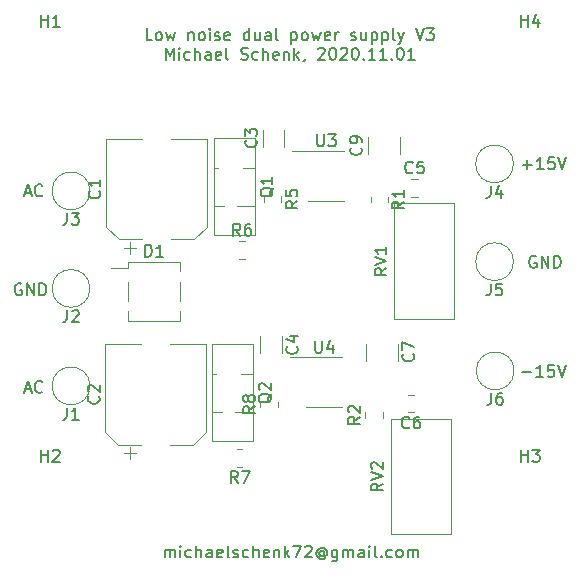
<source format=gbr>
G04 #@! TF.GenerationSoftware,KiCad,Pcbnew,(5.1.7-0-10_14)*
G04 #@! TF.CreationDate,2020-11-05T19:56:57+01:00*
G04 #@! TF.ProjectId,lv-lownoise-psu,6c762d6c-6f77-46e6-9f69-73652d707375,rev?*
G04 #@! TF.SameCoordinates,Original*
G04 #@! TF.FileFunction,Legend,Top*
G04 #@! TF.FilePolarity,Positive*
%FSLAX46Y46*%
G04 Gerber Fmt 4.6, Leading zero omitted, Abs format (unit mm)*
G04 Created by KiCad (PCBNEW (5.1.7-0-10_14)) date 2020-11-05 19:56:57*
%MOMM*%
%LPD*%
G01*
G04 APERTURE LIST*
%ADD10C,0.150000*%
%ADD11C,0.120000*%
G04 APERTURE END LIST*
D10*
X93767142Y-43124880D02*
X93290952Y-43124880D01*
X93290952Y-42124880D01*
X94243333Y-43124880D02*
X94148095Y-43077261D01*
X94100476Y-43029642D01*
X94052857Y-42934404D01*
X94052857Y-42648690D01*
X94100476Y-42553452D01*
X94148095Y-42505833D01*
X94243333Y-42458214D01*
X94386190Y-42458214D01*
X94481428Y-42505833D01*
X94529047Y-42553452D01*
X94576666Y-42648690D01*
X94576666Y-42934404D01*
X94529047Y-43029642D01*
X94481428Y-43077261D01*
X94386190Y-43124880D01*
X94243333Y-43124880D01*
X94909999Y-42458214D02*
X95100476Y-43124880D01*
X95290952Y-42648690D01*
X95481428Y-43124880D01*
X95671904Y-42458214D01*
X96814761Y-42458214D02*
X96814761Y-43124880D01*
X96814761Y-42553452D02*
X96862380Y-42505833D01*
X96957619Y-42458214D01*
X97100476Y-42458214D01*
X97195714Y-42505833D01*
X97243333Y-42601071D01*
X97243333Y-43124880D01*
X97862380Y-43124880D02*
X97767142Y-43077261D01*
X97719523Y-43029642D01*
X97671904Y-42934404D01*
X97671904Y-42648690D01*
X97719523Y-42553452D01*
X97767142Y-42505833D01*
X97862380Y-42458214D01*
X98005238Y-42458214D01*
X98100476Y-42505833D01*
X98148095Y-42553452D01*
X98195714Y-42648690D01*
X98195714Y-42934404D01*
X98148095Y-43029642D01*
X98100476Y-43077261D01*
X98005238Y-43124880D01*
X97862380Y-43124880D01*
X98624285Y-43124880D02*
X98624285Y-42458214D01*
X98624285Y-42124880D02*
X98576666Y-42172500D01*
X98624285Y-42220119D01*
X98671904Y-42172500D01*
X98624285Y-42124880D01*
X98624285Y-42220119D01*
X99052857Y-43077261D02*
X99148095Y-43124880D01*
X99338571Y-43124880D01*
X99433809Y-43077261D01*
X99481428Y-42982023D01*
X99481428Y-42934404D01*
X99433809Y-42839166D01*
X99338571Y-42791547D01*
X99195714Y-42791547D01*
X99100476Y-42743928D01*
X99052857Y-42648690D01*
X99052857Y-42601071D01*
X99100476Y-42505833D01*
X99195714Y-42458214D01*
X99338571Y-42458214D01*
X99433809Y-42505833D01*
X100290952Y-43077261D02*
X100195714Y-43124880D01*
X100005238Y-43124880D01*
X99909999Y-43077261D01*
X99862380Y-42982023D01*
X99862380Y-42601071D01*
X99909999Y-42505833D01*
X100005238Y-42458214D01*
X100195714Y-42458214D01*
X100290952Y-42505833D01*
X100338571Y-42601071D01*
X100338571Y-42696309D01*
X99862380Y-42791547D01*
X101957619Y-43124880D02*
X101957619Y-42124880D01*
X101957619Y-43077261D02*
X101862380Y-43124880D01*
X101671904Y-43124880D01*
X101576666Y-43077261D01*
X101529047Y-43029642D01*
X101481428Y-42934404D01*
X101481428Y-42648690D01*
X101529047Y-42553452D01*
X101576666Y-42505833D01*
X101671904Y-42458214D01*
X101862380Y-42458214D01*
X101957619Y-42505833D01*
X102862380Y-42458214D02*
X102862380Y-43124880D01*
X102433809Y-42458214D02*
X102433809Y-42982023D01*
X102481428Y-43077261D01*
X102576666Y-43124880D01*
X102719523Y-43124880D01*
X102814761Y-43077261D01*
X102862380Y-43029642D01*
X103767142Y-43124880D02*
X103767142Y-42601071D01*
X103719523Y-42505833D01*
X103624285Y-42458214D01*
X103433809Y-42458214D01*
X103338571Y-42505833D01*
X103767142Y-43077261D02*
X103671904Y-43124880D01*
X103433809Y-43124880D01*
X103338571Y-43077261D01*
X103290952Y-42982023D01*
X103290952Y-42886785D01*
X103338571Y-42791547D01*
X103433809Y-42743928D01*
X103671904Y-42743928D01*
X103767142Y-42696309D01*
X104386190Y-43124880D02*
X104290952Y-43077261D01*
X104243333Y-42982023D01*
X104243333Y-42124880D01*
X105529047Y-42458214D02*
X105529047Y-43458214D01*
X105529047Y-42505833D02*
X105624285Y-42458214D01*
X105814761Y-42458214D01*
X105909999Y-42505833D01*
X105957619Y-42553452D01*
X106005238Y-42648690D01*
X106005238Y-42934404D01*
X105957619Y-43029642D01*
X105909999Y-43077261D01*
X105814761Y-43124880D01*
X105624285Y-43124880D01*
X105529047Y-43077261D01*
X106576666Y-43124880D02*
X106481428Y-43077261D01*
X106433809Y-43029642D01*
X106386190Y-42934404D01*
X106386190Y-42648690D01*
X106433809Y-42553452D01*
X106481428Y-42505833D01*
X106576666Y-42458214D01*
X106719523Y-42458214D01*
X106814761Y-42505833D01*
X106862380Y-42553452D01*
X106909999Y-42648690D01*
X106909999Y-42934404D01*
X106862380Y-43029642D01*
X106814761Y-43077261D01*
X106719523Y-43124880D01*
X106576666Y-43124880D01*
X107243333Y-42458214D02*
X107433809Y-43124880D01*
X107624285Y-42648690D01*
X107814761Y-43124880D01*
X108005238Y-42458214D01*
X108767142Y-43077261D02*
X108671904Y-43124880D01*
X108481428Y-43124880D01*
X108386190Y-43077261D01*
X108338571Y-42982023D01*
X108338571Y-42601071D01*
X108386190Y-42505833D01*
X108481428Y-42458214D01*
X108671904Y-42458214D01*
X108767142Y-42505833D01*
X108814761Y-42601071D01*
X108814761Y-42696309D01*
X108338571Y-42791547D01*
X109243333Y-43124880D02*
X109243333Y-42458214D01*
X109243333Y-42648690D02*
X109290952Y-42553452D01*
X109338571Y-42505833D01*
X109433809Y-42458214D01*
X109529047Y-42458214D01*
X110576666Y-43077261D02*
X110671904Y-43124880D01*
X110862380Y-43124880D01*
X110957619Y-43077261D01*
X111005238Y-42982023D01*
X111005238Y-42934404D01*
X110957619Y-42839166D01*
X110862380Y-42791547D01*
X110719523Y-42791547D01*
X110624285Y-42743928D01*
X110576666Y-42648690D01*
X110576666Y-42601071D01*
X110624285Y-42505833D01*
X110719523Y-42458214D01*
X110862380Y-42458214D01*
X110957619Y-42505833D01*
X111862380Y-42458214D02*
X111862380Y-43124880D01*
X111433809Y-42458214D02*
X111433809Y-42982023D01*
X111481428Y-43077261D01*
X111576666Y-43124880D01*
X111719523Y-43124880D01*
X111814761Y-43077261D01*
X111862380Y-43029642D01*
X112338571Y-42458214D02*
X112338571Y-43458214D01*
X112338571Y-42505833D02*
X112433809Y-42458214D01*
X112624285Y-42458214D01*
X112719523Y-42505833D01*
X112767142Y-42553452D01*
X112814761Y-42648690D01*
X112814761Y-42934404D01*
X112767142Y-43029642D01*
X112719523Y-43077261D01*
X112624285Y-43124880D01*
X112433809Y-43124880D01*
X112338571Y-43077261D01*
X113243333Y-42458214D02*
X113243333Y-43458214D01*
X113243333Y-42505833D02*
X113338571Y-42458214D01*
X113529047Y-42458214D01*
X113624285Y-42505833D01*
X113671904Y-42553452D01*
X113719523Y-42648690D01*
X113719523Y-42934404D01*
X113671904Y-43029642D01*
X113624285Y-43077261D01*
X113529047Y-43124880D01*
X113338571Y-43124880D01*
X113243333Y-43077261D01*
X114290952Y-43124880D02*
X114195714Y-43077261D01*
X114148095Y-42982023D01*
X114148095Y-42124880D01*
X114576666Y-42458214D02*
X114814761Y-43124880D01*
X115052857Y-42458214D02*
X114814761Y-43124880D01*
X114719523Y-43362976D01*
X114671904Y-43410595D01*
X114576666Y-43458214D01*
X116052857Y-42124880D02*
X116386190Y-43124880D01*
X116719523Y-42124880D01*
X116957619Y-42124880D02*
X117576666Y-42124880D01*
X117243333Y-42505833D01*
X117386190Y-42505833D01*
X117481428Y-42553452D01*
X117529047Y-42601071D01*
X117576666Y-42696309D01*
X117576666Y-42934404D01*
X117529047Y-43029642D01*
X117481428Y-43077261D01*
X117386190Y-43124880D01*
X117100476Y-43124880D01*
X117005238Y-43077261D01*
X116957619Y-43029642D01*
X94886190Y-44774880D02*
X94886190Y-43774880D01*
X95219523Y-44489166D01*
X95552857Y-43774880D01*
X95552857Y-44774880D01*
X96029047Y-44774880D02*
X96029047Y-44108214D01*
X96029047Y-43774880D02*
X95981428Y-43822500D01*
X96029047Y-43870119D01*
X96076666Y-43822500D01*
X96029047Y-43774880D01*
X96029047Y-43870119D01*
X96933809Y-44727261D02*
X96838571Y-44774880D01*
X96648095Y-44774880D01*
X96552857Y-44727261D01*
X96505238Y-44679642D01*
X96457619Y-44584404D01*
X96457619Y-44298690D01*
X96505238Y-44203452D01*
X96552857Y-44155833D01*
X96648095Y-44108214D01*
X96838571Y-44108214D01*
X96933809Y-44155833D01*
X97362380Y-44774880D02*
X97362380Y-43774880D01*
X97790952Y-44774880D02*
X97790952Y-44251071D01*
X97743333Y-44155833D01*
X97648095Y-44108214D01*
X97505238Y-44108214D01*
X97410000Y-44155833D01*
X97362380Y-44203452D01*
X98695714Y-44774880D02*
X98695714Y-44251071D01*
X98648095Y-44155833D01*
X98552857Y-44108214D01*
X98362380Y-44108214D01*
X98267142Y-44155833D01*
X98695714Y-44727261D02*
X98600476Y-44774880D01*
X98362380Y-44774880D01*
X98267142Y-44727261D01*
X98219523Y-44632023D01*
X98219523Y-44536785D01*
X98267142Y-44441547D01*
X98362380Y-44393928D01*
X98600476Y-44393928D01*
X98695714Y-44346309D01*
X99552857Y-44727261D02*
X99457619Y-44774880D01*
X99267142Y-44774880D01*
X99171904Y-44727261D01*
X99124285Y-44632023D01*
X99124285Y-44251071D01*
X99171904Y-44155833D01*
X99267142Y-44108214D01*
X99457619Y-44108214D01*
X99552857Y-44155833D01*
X99600476Y-44251071D01*
X99600476Y-44346309D01*
X99124285Y-44441547D01*
X100171904Y-44774880D02*
X100076666Y-44727261D01*
X100029047Y-44632023D01*
X100029047Y-43774880D01*
X101267142Y-44727261D02*
X101410000Y-44774880D01*
X101648095Y-44774880D01*
X101743333Y-44727261D01*
X101790952Y-44679642D01*
X101838571Y-44584404D01*
X101838571Y-44489166D01*
X101790952Y-44393928D01*
X101743333Y-44346309D01*
X101648095Y-44298690D01*
X101457619Y-44251071D01*
X101362380Y-44203452D01*
X101314761Y-44155833D01*
X101267142Y-44060595D01*
X101267142Y-43965357D01*
X101314761Y-43870119D01*
X101362380Y-43822500D01*
X101457619Y-43774880D01*
X101695714Y-43774880D01*
X101838571Y-43822500D01*
X102695714Y-44727261D02*
X102600476Y-44774880D01*
X102410000Y-44774880D01*
X102314761Y-44727261D01*
X102267142Y-44679642D01*
X102219523Y-44584404D01*
X102219523Y-44298690D01*
X102267142Y-44203452D01*
X102314761Y-44155833D01*
X102410000Y-44108214D01*
X102600476Y-44108214D01*
X102695714Y-44155833D01*
X103124285Y-44774880D02*
X103124285Y-43774880D01*
X103552857Y-44774880D02*
X103552857Y-44251071D01*
X103505238Y-44155833D01*
X103410000Y-44108214D01*
X103267142Y-44108214D01*
X103171904Y-44155833D01*
X103124285Y-44203452D01*
X104410000Y-44727261D02*
X104314761Y-44774880D01*
X104124285Y-44774880D01*
X104029047Y-44727261D01*
X103981428Y-44632023D01*
X103981428Y-44251071D01*
X104029047Y-44155833D01*
X104124285Y-44108214D01*
X104314761Y-44108214D01*
X104410000Y-44155833D01*
X104457619Y-44251071D01*
X104457619Y-44346309D01*
X103981428Y-44441547D01*
X104886190Y-44108214D02*
X104886190Y-44774880D01*
X104886190Y-44203452D02*
X104933809Y-44155833D01*
X105029047Y-44108214D01*
X105171904Y-44108214D01*
X105267142Y-44155833D01*
X105314761Y-44251071D01*
X105314761Y-44774880D01*
X105790952Y-44774880D02*
X105790952Y-43774880D01*
X105886190Y-44393928D02*
X106171904Y-44774880D01*
X106171904Y-44108214D02*
X105790952Y-44489166D01*
X106648095Y-44727261D02*
X106648095Y-44774880D01*
X106600476Y-44870119D01*
X106552857Y-44917738D01*
X107790952Y-43870119D02*
X107838571Y-43822500D01*
X107933809Y-43774880D01*
X108171904Y-43774880D01*
X108267142Y-43822500D01*
X108314761Y-43870119D01*
X108362380Y-43965357D01*
X108362380Y-44060595D01*
X108314761Y-44203452D01*
X107743333Y-44774880D01*
X108362380Y-44774880D01*
X108981428Y-43774880D02*
X109076666Y-43774880D01*
X109171904Y-43822500D01*
X109219523Y-43870119D01*
X109267142Y-43965357D01*
X109314761Y-44155833D01*
X109314761Y-44393928D01*
X109267142Y-44584404D01*
X109219523Y-44679642D01*
X109171904Y-44727261D01*
X109076666Y-44774880D01*
X108981428Y-44774880D01*
X108886190Y-44727261D01*
X108838571Y-44679642D01*
X108790952Y-44584404D01*
X108743333Y-44393928D01*
X108743333Y-44155833D01*
X108790952Y-43965357D01*
X108838571Y-43870119D01*
X108886190Y-43822500D01*
X108981428Y-43774880D01*
X109695714Y-43870119D02*
X109743333Y-43822500D01*
X109838571Y-43774880D01*
X110076666Y-43774880D01*
X110171904Y-43822500D01*
X110219523Y-43870119D01*
X110267142Y-43965357D01*
X110267142Y-44060595D01*
X110219523Y-44203452D01*
X109648095Y-44774880D01*
X110267142Y-44774880D01*
X110886190Y-43774880D02*
X110981428Y-43774880D01*
X111076666Y-43822500D01*
X111124285Y-43870119D01*
X111171904Y-43965357D01*
X111219523Y-44155833D01*
X111219523Y-44393928D01*
X111171904Y-44584404D01*
X111124285Y-44679642D01*
X111076666Y-44727261D01*
X110981428Y-44774880D01*
X110886190Y-44774880D01*
X110790952Y-44727261D01*
X110743333Y-44679642D01*
X110695714Y-44584404D01*
X110648095Y-44393928D01*
X110648095Y-44155833D01*
X110695714Y-43965357D01*
X110743333Y-43870119D01*
X110790952Y-43822500D01*
X110886190Y-43774880D01*
X111648095Y-44679642D02*
X111695714Y-44727261D01*
X111648095Y-44774880D01*
X111600476Y-44727261D01*
X111648095Y-44679642D01*
X111648095Y-44774880D01*
X112648095Y-44774880D02*
X112076666Y-44774880D01*
X112362380Y-44774880D02*
X112362380Y-43774880D01*
X112267142Y-43917738D01*
X112171904Y-44012976D01*
X112076666Y-44060595D01*
X113600476Y-44774880D02*
X113029047Y-44774880D01*
X113314761Y-44774880D02*
X113314761Y-43774880D01*
X113219523Y-43917738D01*
X113124285Y-44012976D01*
X113029047Y-44060595D01*
X114029047Y-44679642D02*
X114076666Y-44727261D01*
X114029047Y-44774880D01*
X113981428Y-44727261D01*
X114029047Y-44679642D01*
X114029047Y-44774880D01*
X114695714Y-43774880D02*
X114790952Y-43774880D01*
X114886190Y-43822500D01*
X114933809Y-43870119D01*
X114981428Y-43965357D01*
X115029047Y-44155833D01*
X115029047Y-44393928D01*
X114981428Y-44584404D01*
X114933809Y-44679642D01*
X114886190Y-44727261D01*
X114790952Y-44774880D01*
X114695714Y-44774880D01*
X114600476Y-44727261D01*
X114552857Y-44679642D01*
X114505238Y-44584404D01*
X114457619Y-44393928D01*
X114457619Y-44155833D01*
X114505238Y-43965357D01*
X114552857Y-43870119D01*
X114600476Y-43822500D01*
X114695714Y-43774880D01*
X115981428Y-44774880D02*
X115410000Y-44774880D01*
X115695714Y-44774880D02*
X115695714Y-43774880D01*
X115600476Y-43917738D01*
X115505238Y-44012976D01*
X115410000Y-44060595D01*
X94797314Y-86913980D02*
X94797314Y-86247314D01*
X94797314Y-86342552D02*
X94844933Y-86294933D01*
X94940171Y-86247314D01*
X95083028Y-86247314D01*
X95178266Y-86294933D01*
X95225885Y-86390171D01*
X95225885Y-86913980D01*
X95225885Y-86390171D02*
X95273504Y-86294933D01*
X95368742Y-86247314D01*
X95511600Y-86247314D01*
X95606838Y-86294933D01*
X95654457Y-86390171D01*
X95654457Y-86913980D01*
X96130647Y-86913980D02*
X96130647Y-86247314D01*
X96130647Y-85913980D02*
X96083028Y-85961600D01*
X96130647Y-86009219D01*
X96178266Y-85961600D01*
X96130647Y-85913980D01*
X96130647Y-86009219D01*
X97035409Y-86866361D02*
X96940171Y-86913980D01*
X96749695Y-86913980D01*
X96654457Y-86866361D01*
X96606838Y-86818742D01*
X96559219Y-86723504D01*
X96559219Y-86437790D01*
X96606838Y-86342552D01*
X96654457Y-86294933D01*
X96749695Y-86247314D01*
X96940171Y-86247314D01*
X97035409Y-86294933D01*
X97463980Y-86913980D02*
X97463980Y-85913980D01*
X97892552Y-86913980D02*
X97892552Y-86390171D01*
X97844933Y-86294933D01*
X97749695Y-86247314D01*
X97606838Y-86247314D01*
X97511600Y-86294933D01*
X97463980Y-86342552D01*
X98797314Y-86913980D02*
X98797314Y-86390171D01*
X98749695Y-86294933D01*
X98654457Y-86247314D01*
X98463980Y-86247314D01*
X98368742Y-86294933D01*
X98797314Y-86866361D02*
X98702076Y-86913980D01*
X98463980Y-86913980D01*
X98368742Y-86866361D01*
X98321123Y-86771123D01*
X98321123Y-86675885D01*
X98368742Y-86580647D01*
X98463980Y-86533028D01*
X98702076Y-86533028D01*
X98797314Y-86485409D01*
X99654457Y-86866361D02*
X99559219Y-86913980D01*
X99368742Y-86913980D01*
X99273504Y-86866361D01*
X99225885Y-86771123D01*
X99225885Y-86390171D01*
X99273504Y-86294933D01*
X99368742Y-86247314D01*
X99559219Y-86247314D01*
X99654457Y-86294933D01*
X99702076Y-86390171D01*
X99702076Y-86485409D01*
X99225885Y-86580647D01*
X100273504Y-86913980D02*
X100178266Y-86866361D01*
X100130647Y-86771123D01*
X100130647Y-85913980D01*
X100606838Y-86866361D02*
X100702076Y-86913980D01*
X100892552Y-86913980D01*
X100987790Y-86866361D01*
X101035409Y-86771123D01*
X101035409Y-86723504D01*
X100987790Y-86628266D01*
X100892552Y-86580647D01*
X100749695Y-86580647D01*
X100654457Y-86533028D01*
X100606838Y-86437790D01*
X100606838Y-86390171D01*
X100654457Y-86294933D01*
X100749695Y-86247314D01*
X100892552Y-86247314D01*
X100987790Y-86294933D01*
X101892552Y-86866361D02*
X101797314Y-86913980D01*
X101606838Y-86913980D01*
X101511600Y-86866361D01*
X101463980Y-86818742D01*
X101416361Y-86723504D01*
X101416361Y-86437790D01*
X101463980Y-86342552D01*
X101511600Y-86294933D01*
X101606838Y-86247314D01*
X101797314Y-86247314D01*
X101892552Y-86294933D01*
X102321123Y-86913980D02*
X102321123Y-85913980D01*
X102749695Y-86913980D02*
X102749695Y-86390171D01*
X102702076Y-86294933D01*
X102606838Y-86247314D01*
X102463980Y-86247314D01*
X102368742Y-86294933D01*
X102321123Y-86342552D01*
X103606838Y-86866361D02*
X103511600Y-86913980D01*
X103321123Y-86913980D01*
X103225885Y-86866361D01*
X103178266Y-86771123D01*
X103178266Y-86390171D01*
X103225885Y-86294933D01*
X103321123Y-86247314D01*
X103511600Y-86247314D01*
X103606838Y-86294933D01*
X103654457Y-86390171D01*
X103654457Y-86485409D01*
X103178266Y-86580647D01*
X104083028Y-86247314D02*
X104083028Y-86913980D01*
X104083028Y-86342552D02*
X104130647Y-86294933D01*
X104225885Y-86247314D01*
X104368742Y-86247314D01*
X104463980Y-86294933D01*
X104511600Y-86390171D01*
X104511600Y-86913980D01*
X104987790Y-86913980D02*
X104987790Y-85913980D01*
X105083028Y-86533028D02*
X105368742Y-86913980D01*
X105368742Y-86247314D02*
X104987790Y-86628266D01*
X105702076Y-85913980D02*
X106368742Y-85913980D01*
X105940171Y-86913980D01*
X106702076Y-86009219D02*
X106749695Y-85961600D01*
X106844933Y-85913980D01*
X107083028Y-85913980D01*
X107178266Y-85961600D01*
X107225885Y-86009219D01*
X107273504Y-86104457D01*
X107273504Y-86199695D01*
X107225885Y-86342552D01*
X106654457Y-86913980D01*
X107273504Y-86913980D01*
X108321123Y-86437790D02*
X108273504Y-86390171D01*
X108178266Y-86342552D01*
X108083028Y-86342552D01*
X107987790Y-86390171D01*
X107940171Y-86437790D01*
X107892552Y-86533028D01*
X107892552Y-86628266D01*
X107940171Y-86723504D01*
X107987790Y-86771123D01*
X108083028Y-86818742D01*
X108178266Y-86818742D01*
X108273504Y-86771123D01*
X108321123Y-86723504D01*
X108321123Y-86342552D02*
X108321123Y-86723504D01*
X108368742Y-86771123D01*
X108416361Y-86771123D01*
X108511600Y-86723504D01*
X108559219Y-86628266D01*
X108559219Y-86390171D01*
X108463980Y-86247314D01*
X108321123Y-86152076D01*
X108130647Y-86104457D01*
X107940171Y-86152076D01*
X107797314Y-86247314D01*
X107702076Y-86390171D01*
X107654457Y-86580647D01*
X107702076Y-86771123D01*
X107797314Y-86913980D01*
X107940171Y-87009219D01*
X108130647Y-87056838D01*
X108321123Y-87009219D01*
X108463980Y-86913980D01*
X109416361Y-86247314D02*
X109416361Y-87056838D01*
X109368742Y-87152076D01*
X109321123Y-87199695D01*
X109225885Y-87247314D01*
X109083028Y-87247314D01*
X108987790Y-87199695D01*
X109416361Y-86866361D02*
X109321123Y-86913980D01*
X109130647Y-86913980D01*
X109035409Y-86866361D01*
X108987790Y-86818742D01*
X108940171Y-86723504D01*
X108940171Y-86437790D01*
X108987790Y-86342552D01*
X109035409Y-86294933D01*
X109130647Y-86247314D01*
X109321123Y-86247314D01*
X109416361Y-86294933D01*
X109892552Y-86913980D02*
X109892552Y-86247314D01*
X109892552Y-86342552D02*
X109940171Y-86294933D01*
X110035409Y-86247314D01*
X110178266Y-86247314D01*
X110273504Y-86294933D01*
X110321123Y-86390171D01*
X110321123Y-86913980D01*
X110321123Y-86390171D02*
X110368742Y-86294933D01*
X110463980Y-86247314D01*
X110606838Y-86247314D01*
X110702076Y-86294933D01*
X110749695Y-86390171D01*
X110749695Y-86913980D01*
X111654457Y-86913980D02*
X111654457Y-86390171D01*
X111606838Y-86294933D01*
X111511600Y-86247314D01*
X111321123Y-86247314D01*
X111225885Y-86294933D01*
X111654457Y-86866361D02*
X111559219Y-86913980D01*
X111321123Y-86913980D01*
X111225885Y-86866361D01*
X111178266Y-86771123D01*
X111178266Y-86675885D01*
X111225885Y-86580647D01*
X111321123Y-86533028D01*
X111559219Y-86533028D01*
X111654457Y-86485409D01*
X112130647Y-86913980D02*
X112130647Y-86247314D01*
X112130647Y-85913980D02*
X112083028Y-85961600D01*
X112130647Y-86009219D01*
X112178266Y-85961600D01*
X112130647Y-85913980D01*
X112130647Y-86009219D01*
X112749695Y-86913980D02*
X112654457Y-86866361D01*
X112606838Y-86771123D01*
X112606838Y-85913980D01*
X113130647Y-86818742D02*
X113178266Y-86866361D01*
X113130647Y-86913980D01*
X113083028Y-86866361D01*
X113130647Y-86818742D01*
X113130647Y-86913980D01*
X114035409Y-86866361D02*
X113940171Y-86913980D01*
X113749695Y-86913980D01*
X113654457Y-86866361D01*
X113606838Y-86818742D01*
X113559219Y-86723504D01*
X113559219Y-86437790D01*
X113606838Y-86342552D01*
X113654457Y-86294933D01*
X113749695Y-86247314D01*
X113940171Y-86247314D01*
X114035409Y-86294933D01*
X114606838Y-86913980D02*
X114511600Y-86866361D01*
X114463980Y-86818742D01*
X114416361Y-86723504D01*
X114416361Y-86437790D01*
X114463980Y-86342552D01*
X114511600Y-86294933D01*
X114606838Y-86247314D01*
X114749695Y-86247314D01*
X114844933Y-86294933D01*
X114892552Y-86342552D01*
X114940171Y-86437790D01*
X114940171Y-86723504D01*
X114892552Y-86818742D01*
X114844933Y-86866361D01*
X114749695Y-86913980D01*
X114606838Y-86913980D01*
X115368742Y-86913980D02*
X115368742Y-86247314D01*
X115368742Y-86342552D02*
X115416361Y-86294933D01*
X115511600Y-86247314D01*
X115654457Y-86247314D01*
X115749695Y-86294933D01*
X115797314Y-86390171D01*
X115797314Y-86913980D01*
X115797314Y-86390171D02*
X115844933Y-86294933D01*
X115940171Y-86247314D01*
X116083028Y-86247314D01*
X116178266Y-86294933D01*
X116225885Y-86390171D01*
X116225885Y-86913980D01*
X82677095Y-63762000D02*
X82581857Y-63714380D01*
X82439000Y-63714380D01*
X82296142Y-63762000D01*
X82200904Y-63857238D01*
X82153285Y-63952476D01*
X82105666Y-64142952D01*
X82105666Y-64285809D01*
X82153285Y-64476285D01*
X82200904Y-64571523D01*
X82296142Y-64666761D01*
X82439000Y-64714380D01*
X82534238Y-64714380D01*
X82677095Y-64666761D01*
X82724714Y-64619142D01*
X82724714Y-64285809D01*
X82534238Y-64285809D01*
X83153285Y-64714380D02*
X83153285Y-63714380D01*
X83724714Y-64714380D01*
X83724714Y-63714380D01*
X84200904Y-64714380D02*
X84200904Y-63714380D01*
X84439000Y-63714380D01*
X84581857Y-63762000D01*
X84677095Y-63857238D01*
X84724714Y-63952476D01*
X84772333Y-64142952D01*
X84772333Y-64285809D01*
X84724714Y-64476285D01*
X84677095Y-64571523D01*
X84581857Y-64666761D01*
X84439000Y-64714380D01*
X84200904Y-64714380D01*
X82954904Y-72683666D02*
X83431095Y-72683666D01*
X82859666Y-72969380D02*
X83193000Y-71969380D01*
X83526333Y-72969380D01*
X84431095Y-72874142D02*
X84383476Y-72921761D01*
X84240619Y-72969380D01*
X84145380Y-72969380D01*
X84002523Y-72921761D01*
X83907285Y-72826523D01*
X83859666Y-72731285D01*
X83812047Y-72540809D01*
X83812047Y-72397952D01*
X83859666Y-72207476D01*
X83907285Y-72112238D01*
X84002523Y-72017000D01*
X84145380Y-71969380D01*
X84240619Y-71969380D01*
X84383476Y-72017000D01*
X84431095Y-72064619D01*
X82954904Y-56046666D02*
X83431095Y-56046666D01*
X82859666Y-56332380D02*
X83193000Y-55332380D01*
X83526333Y-56332380D01*
X84431095Y-56237142D02*
X84383476Y-56284761D01*
X84240619Y-56332380D01*
X84145380Y-56332380D01*
X84002523Y-56284761D01*
X83907285Y-56189523D01*
X83859666Y-56094285D01*
X83812047Y-55903809D01*
X83812047Y-55760952D01*
X83859666Y-55570476D01*
X83907285Y-55475238D01*
X84002523Y-55380000D01*
X84145380Y-55332380D01*
X84240619Y-55332380D01*
X84383476Y-55380000D01*
X84431095Y-55427619D01*
X125085695Y-71242228D02*
X125847600Y-71242228D01*
X126847600Y-71623180D02*
X126276171Y-71623180D01*
X126561885Y-71623180D02*
X126561885Y-70623180D01*
X126466647Y-70766038D01*
X126371409Y-70861276D01*
X126276171Y-70908895D01*
X127752361Y-70623180D02*
X127276171Y-70623180D01*
X127228552Y-71099371D01*
X127276171Y-71051752D01*
X127371409Y-71004133D01*
X127609504Y-71004133D01*
X127704742Y-71051752D01*
X127752361Y-71099371D01*
X127799980Y-71194609D01*
X127799980Y-71432704D01*
X127752361Y-71527942D01*
X127704742Y-71575561D01*
X127609504Y-71623180D01*
X127371409Y-71623180D01*
X127276171Y-71575561D01*
X127228552Y-71527942D01*
X128085695Y-70623180D02*
X128419028Y-71623180D01*
X128752361Y-70623180D01*
X126238095Y-61425200D02*
X126142857Y-61377580D01*
X126000000Y-61377580D01*
X125857142Y-61425200D01*
X125761904Y-61520438D01*
X125714285Y-61615676D01*
X125666666Y-61806152D01*
X125666666Y-61949009D01*
X125714285Y-62139485D01*
X125761904Y-62234723D01*
X125857142Y-62329961D01*
X126000000Y-62377580D01*
X126095238Y-62377580D01*
X126238095Y-62329961D01*
X126285714Y-62282342D01*
X126285714Y-61949009D01*
X126095238Y-61949009D01*
X126714285Y-62377580D02*
X126714285Y-61377580D01*
X127285714Y-62377580D01*
X127285714Y-61377580D01*
X127761904Y-62377580D02*
X127761904Y-61377580D01*
X128000000Y-61377580D01*
X128142857Y-61425200D01*
X128238095Y-61520438D01*
X128285714Y-61615676D01*
X128333333Y-61806152D01*
X128333333Y-61949009D01*
X128285714Y-62139485D01*
X128238095Y-62234723D01*
X128142857Y-62329961D01*
X128000000Y-62377580D01*
X127761904Y-62377580D01*
X125136495Y-53665428D02*
X125898400Y-53665428D01*
X125517447Y-54046380D02*
X125517447Y-53284476D01*
X126898400Y-54046380D02*
X126326971Y-54046380D01*
X126612685Y-54046380D02*
X126612685Y-53046380D01*
X126517447Y-53189238D01*
X126422209Y-53284476D01*
X126326971Y-53332095D01*
X127803161Y-53046380D02*
X127326971Y-53046380D01*
X127279352Y-53522571D01*
X127326971Y-53474952D01*
X127422209Y-53427333D01*
X127660304Y-53427333D01*
X127755542Y-53474952D01*
X127803161Y-53522571D01*
X127850780Y-53617809D01*
X127850780Y-53855904D01*
X127803161Y-53951142D01*
X127755542Y-53998761D01*
X127660304Y-54046380D01*
X127422209Y-54046380D01*
X127326971Y-53998761D01*
X127279352Y-53951142D01*
X128136495Y-53046380D02*
X128469828Y-54046380D01*
X128803161Y-53046380D01*
D11*
X91333500Y-78100000D02*
X92333500Y-78100000D01*
X91833500Y-78600000D02*
X91833500Y-77600000D01*
X97239063Y-77360000D02*
X98303500Y-76295563D01*
X90847937Y-77360000D02*
X89783500Y-76295563D01*
X90847937Y-77360000D02*
X92833500Y-77360000D01*
X97239063Y-77360000D02*
X95253500Y-77360000D01*
X98303500Y-76295563D02*
X98303500Y-68840000D01*
X89783500Y-76295563D02*
X89783500Y-68840000D01*
X89783500Y-68840000D02*
X92833500Y-68840000D01*
X98303500Y-68840000D02*
X95253500Y-68840000D01*
X113954400Y-84945800D02*
X113954400Y-75175800D01*
X119024400Y-84945800D02*
X119024400Y-75175800D01*
X113954400Y-84945800D02*
X119024400Y-84945800D01*
X113954400Y-75175800D02*
X119024400Y-75175800D01*
X111787000Y-75077564D02*
X111787000Y-74623436D01*
X113257000Y-75077564D02*
X113257000Y-74623436D01*
X114529700Y-68821248D02*
X114529700Y-70243752D01*
X111809700Y-68821248D02*
X111809700Y-70243752D01*
X115932852Y-74598200D02*
X115410348Y-74598200D01*
X115932852Y-73128200D02*
X115410348Y-73128200D01*
X104694400Y-68173148D02*
X104694400Y-69595652D01*
X102874400Y-68173148D02*
X102874400Y-69595652D01*
X108296600Y-69961900D02*
X105421600Y-69961900D01*
X108296600Y-69961900D02*
X109796600Y-69961900D01*
X108296600Y-74181900D02*
X106796600Y-74181900D01*
X108296600Y-74181900D02*
X109796600Y-74181900D01*
X108474400Y-52487900D02*
X105599400Y-52487900D01*
X108474400Y-52487900D02*
X109974400Y-52487900D01*
X108474400Y-56707900D02*
X106974400Y-56707900D01*
X108474400Y-56707900D02*
X109974400Y-56707900D01*
X114694800Y-52755452D02*
X114694800Y-51332948D01*
X111974800Y-52755452D02*
X111974800Y-51332948D01*
X115689748Y-56361000D02*
X116212252Y-56361000D01*
X115689748Y-54891000D02*
X116212252Y-54891000D01*
X104923000Y-52120852D02*
X104923000Y-50698348D01*
X103103000Y-52120852D02*
X103103000Y-50698348D01*
X91397000Y-60707000D02*
X92397000Y-60707000D01*
X91897000Y-61207000D02*
X91897000Y-60207000D01*
X97302563Y-59967000D02*
X98367000Y-58902563D01*
X90911437Y-59967000D02*
X89847000Y-58902563D01*
X90911437Y-59967000D02*
X92897000Y-59967000D01*
X97302563Y-59967000D02*
X95317000Y-59967000D01*
X98367000Y-58902563D02*
X98367000Y-51447000D01*
X89847000Y-58902563D02*
X89847000Y-51447000D01*
X89847000Y-51447000D02*
X92897000Y-51447000D01*
X98367000Y-51447000D02*
X95317000Y-51447000D01*
X102909700Y-74175864D02*
X102909700Y-73721736D01*
X104379700Y-74175864D02*
X104379700Y-73721736D01*
X101379264Y-79233700D02*
X100925136Y-79233700D01*
X101379264Y-77763700D02*
X100925136Y-77763700D01*
X101128336Y-60136100D02*
X101582464Y-60136100D01*
X101128336Y-61606100D02*
X101582464Y-61606100D01*
X104671800Y-56338736D02*
X104671800Y-56792864D01*
X103201800Y-56338736D02*
X103201800Y-56792864D01*
X102310300Y-68841500D02*
X102310300Y-77081500D01*
X98820300Y-68841500D02*
X98820300Y-77081500D01*
X102310300Y-68841500D02*
X98820300Y-68841500D01*
X102310300Y-77081500D02*
X98820300Y-77081500D01*
X102310300Y-71361500D02*
X101240300Y-71361500D01*
X99140300Y-71361500D02*
X98820300Y-71361500D01*
X102310300Y-74562500D02*
X100730300Y-74562500D01*
X99650300Y-74562500D02*
X98820300Y-74562500D01*
X102475400Y-51404400D02*
X102475400Y-59644400D01*
X98985400Y-51404400D02*
X98985400Y-59644400D01*
X102475400Y-51404400D02*
X98985400Y-51404400D01*
X102475400Y-59644400D02*
X98985400Y-59644400D01*
X102475400Y-53924400D02*
X101405400Y-53924400D01*
X99305400Y-53924400D02*
X98985400Y-53924400D01*
X102475400Y-57125400D02*
X100895400Y-57125400D01*
X99815400Y-57125400D02*
X98985400Y-57125400D01*
X114259200Y-66708600D02*
X114259200Y-56938600D01*
X119329200Y-66708600D02*
X119329200Y-56938600D01*
X114259200Y-66708600D02*
X119329200Y-66708600D01*
X114259200Y-56938600D02*
X119329200Y-56938600D01*
X113701500Y-56398936D02*
X113701500Y-56853064D01*
X112231500Y-56398936D02*
X112231500Y-56853064D01*
X124384381Y-71120000D02*
G75*
G03*
X124384381Y-71120000I-1600781J0D01*
G01*
X124333581Y-61874400D02*
G75*
G03*
X124333581Y-61874400I-1600781J0D01*
G01*
X124333581Y-53594000D02*
G75*
G03*
X124333581Y-53594000I-1600781J0D01*
G01*
X88468781Y-55880000D02*
G75*
G03*
X88468781Y-55880000I-1600781J0D01*
G01*
X88468781Y-64135000D02*
G75*
G03*
X88468781Y-64135000I-1600781J0D01*
G01*
X88468781Y-72390000D02*
G75*
G03*
X88468781Y-72390000I-1600781J0D01*
G01*
X91689500Y-61889000D02*
X91689500Y-62389000D01*
X91689500Y-62389000D02*
X90289500Y-62389000D01*
X96089500Y-63589000D02*
X96089500Y-65189000D01*
X91689500Y-63589000D02*
X91689500Y-65189000D01*
X96089500Y-62689000D02*
X96089500Y-61889000D01*
X96089500Y-61889000D02*
X91689500Y-61889000D01*
X96089500Y-66089000D02*
X96089500Y-66889000D01*
X96089500Y-66889000D02*
X91689500Y-66889000D01*
X91689500Y-66889000D02*
X91689500Y-66089000D01*
D10*
X89200642Y-73266666D02*
X89248261Y-73314285D01*
X89295880Y-73457142D01*
X89295880Y-73552380D01*
X89248261Y-73695238D01*
X89153023Y-73790476D01*
X89057785Y-73838095D01*
X88867309Y-73885714D01*
X88724452Y-73885714D01*
X88533976Y-73838095D01*
X88438738Y-73790476D01*
X88343500Y-73695238D01*
X88295880Y-73552380D01*
X88295880Y-73457142D01*
X88343500Y-73314285D01*
X88391119Y-73266666D01*
X88391119Y-72885714D02*
X88343500Y-72838095D01*
X88295880Y-72742857D01*
X88295880Y-72504761D01*
X88343500Y-72409523D01*
X88391119Y-72361904D01*
X88486357Y-72314285D01*
X88581595Y-72314285D01*
X88724452Y-72361904D01*
X89295880Y-72933333D01*
X89295880Y-72314285D01*
X113276780Y-80656038D02*
X112800590Y-80989371D01*
X113276780Y-81227466D02*
X112276780Y-81227466D01*
X112276780Y-80846514D01*
X112324400Y-80751276D01*
X112372019Y-80703657D01*
X112467257Y-80656038D01*
X112610114Y-80656038D01*
X112705352Y-80703657D01*
X112752971Y-80751276D01*
X112800590Y-80846514D01*
X112800590Y-81227466D01*
X112276780Y-80370323D02*
X113276780Y-80036990D01*
X112276780Y-79703657D01*
X112372019Y-79417942D02*
X112324400Y-79370323D01*
X112276780Y-79275085D01*
X112276780Y-79036990D01*
X112324400Y-78941752D01*
X112372019Y-78894133D01*
X112467257Y-78846514D01*
X112562495Y-78846514D01*
X112705352Y-78894133D01*
X113276780Y-79465561D01*
X113276780Y-78846514D01*
X111324380Y-75017166D02*
X110848190Y-75350500D01*
X111324380Y-75588595D02*
X110324380Y-75588595D01*
X110324380Y-75207642D01*
X110372000Y-75112404D01*
X110419619Y-75064785D01*
X110514857Y-75017166D01*
X110657714Y-75017166D01*
X110752952Y-75064785D01*
X110800571Y-75112404D01*
X110848190Y-75207642D01*
X110848190Y-75588595D01*
X110419619Y-74636214D02*
X110372000Y-74588595D01*
X110324380Y-74493357D01*
X110324380Y-74255261D01*
X110372000Y-74160023D01*
X110419619Y-74112404D01*
X110514857Y-74064785D01*
X110610095Y-74064785D01*
X110752952Y-74112404D01*
X111324380Y-74683833D01*
X111324380Y-74064785D01*
X115826842Y-69699166D02*
X115874461Y-69746785D01*
X115922080Y-69889642D01*
X115922080Y-69984880D01*
X115874461Y-70127738D01*
X115779223Y-70222976D01*
X115683985Y-70270595D01*
X115493509Y-70318214D01*
X115350652Y-70318214D01*
X115160176Y-70270595D01*
X115064938Y-70222976D01*
X114969700Y-70127738D01*
X114922080Y-69984880D01*
X114922080Y-69889642D01*
X114969700Y-69746785D01*
X115017319Y-69699166D01*
X114922080Y-69365833D02*
X114922080Y-68699166D01*
X115922080Y-69127738D01*
X115504933Y-75900342D02*
X115457314Y-75947961D01*
X115314457Y-75995580D01*
X115219219Y-75995580D01*
X115076361Y-75947961D01*
X114981123Y-75852723D01*
X114933504Y-75757485D01*
X114885885Y-75567009D01*
X114885885Y-75424152D01*
X114933504Y-75233676D01*
X114981123Y-75138438D01*
X115076361Y-75043200D01*
X115219219Y-74995580D01*
X115314457Y-74995580D01*
X115457314Y-75043200D01*
X115504933Y-75090819D01*
X116362076Y-74995580D02*
X116171600Y-74995580D01*
X116076361Y-75043200D01*
X116028742Y-75090819D01*
X115933504Y-75233676D01*
X115885885Y-75424152D01*
X115885885Y-75805104D01*
X115933504Y-75900342D01*
X115981123Y-75947961D01*
X116076361Y-75995580D01*
X116266838Y-75995580D01*
X116362076Y-75947961D01*
X116409695Y-75900342D01*
X116457314Y-75805104D01*
X116457314Y-75567009D01*
X116409695Y-75471771D01*
X116362076Y-75424152D01*
X116266838Y-75376533D01*
X116076361Y-75376533D01*
X115981123Y-75424152D01*
X115933504Y-75471771D01*
X115885885Y-75567009D01*
X105991542Y-69051066D02*
X106039161Y-69098685D01*
X106086780Y-69241542D01*
X106086780Y-69336780D01*
X106039161Y-69479638D01*
X105943923Y-69574876D01*
X105848685Y-69622495D01*
X105658209Y-69670114D01*
X105515352Y-69670114D01*
X105324876Y-69622495D01*
X105229638Y-69574876D01*
X105134400Y-69479638D01*
X105086780Y-69336780D01*
X105086780Y-69241542D01*
X105134400Y-69098685D01*
X105182019Y-69051066D01*
X105420114Y-68193923D02*
X106086780Y-68193923D01*
X105039161Y-68432019D02*
X105753447Y-68670114D01*
X105753447Y-68051066D01*
X107534695Y-68574280D02*
X107534695Y-69383804D01*
X107582314Y-69479042D01*
X107629933Y-69526661D01*
X107725171Y-69574280D01*
X107915647Y-69574280D01*
X108010885Y-69526661D01*
X108058504Y-69479042D01*
X108106123Y-69383804D01*
X108106123Y-68574280D01*
X109010885Y-68907614D02*
X109010885Y-69574280D01*
X108772790Y-68526661D02*
X108534695Y-69240947D01*
X109153742Y-69240947D01*
X107712495Y-51100280D02*
X107712495Y-51909804D01*
X107760114Y-52005042D01*
X107807733Y-52052661D01*
X107902971Y-52100280D01*
X108093447Y-52100280D01*
X108188685Y-52052661D01*
X108236304Y-52005042D01*
X108283923Y-51909804D01*
X108283923Y-51100280D01*
X108664876Y-51100280D02*
X109283923Y-51100280D01*
X108950590Y-51481233D01*
X109093447Y-51481233D01*
X109188685Y-51528852D01*
X109236304Y-51576471D01*
X109283923Y-51671709D01*
X109283923Y-51909804D01*
X109236304Y-52005042D01*
X109188685Y-52052661D01*
X109093447Y-52100280D01*
X108807733Y-52100280D01*
X108712495Y-52052661D01*
X108664876Y-52005042D01*
X111391942Y-52210866D02*
X111439561Y-52258485D01*
X111487180Y-52401342D01*
X111487180Y-52496580D01*
X111439561Y-52639438D01*
X111344323Y-52734676D01*
X111249085Y-52782295D01*
X111058609Y-52829914D01*
X110915752Y-52829914D01*
X110725276Y-52782295D01*
X110630038Y-52734676D01*
X110534800Y-52639438D01*
X110487180Y-52496580D01*
X110487180Y-52401342D01*
X110534800Y-52258485D01*
X110582419Y-52210866D01*
X111487180Y-51734676D02*
X111487180Y-51544200D01*
X111439561Y-51448961D01*
X111391942Y-51401342D01*
X111249085Y-51306104D01*
X111058609Y-51258485D01*
X110677657Y-51258485D01*
X110582419Y-51306104D01*
X110534800Y-51353723D01*
X110487180Y-51448961D01*
X110487180Y-51639438D01*
X110534800Y-51734676D01*
X110582419Y-51782295D01*
X110677657Y-51829914D01*
X110915752Y-51829914D01*
X111010990Y-51782295D01*
X111058609Y-51734676D01*
X111106228Y-51639438D01*
X111106228Y-51448961D01*
X111058609Y-51353723D01*
X111010990Y-51306104D01*
X110915752Y-51258485D01*
X115784333Y-54303142D02*
X115736714Y-54350761D01*
X115593857Y-54398380D01*
X115498619Y-54398380D01*
X115355761Y-54350761D01*
X115260523Y-54255523D01*
X115212904Y-54160285D01*
X115165285Y-53969809D01*
X115165285Y-53826952D01*
X115212904Y-53636476D01*
X115260523Y-53541238D01*
X115355761Y-53446000D01*
X115498619Y-53398380D01*
X115593857Y-53398380D01*
X115736714Y-53446000D01*
X115784333Y-53493619D01*
X116689095Y-53398380D02*
X116212904Y-53398380D01*
X116165285Y-53874571D01*
X116212904Y-53826952D01*
X116308142Y-53779333D01*
X116546238Y-53779333D01*
X116641476Y-53826952D01*
X116689095Y-53874571D01*
X116736714Y-53969809D01*
X116736714Y-54207904D01*
X116689095Y-54303142D01*
X116641476Y-54350761D01*
X116546238Y-54398380D01*
X116308142Y-54398380D01*
X116212904Y-54350761D01*
X116165285Y-54303142D01*
X102520142Y-51576266D02*
X102567761Y-51623885D01*
X102615380Y-51766742D01*
X102615380Y-51861980D01*
X102567761Y-52004838D01*
X102472523Y-52100076D01*
X102377285Y-52147695D01*
X102186809Y-52195314D01*
X102043952Y-52195314D01*
X101853476Y-52147695D01*
X101758238Y-52100076D01*
X101663000Y-52004838D01*
X101615380Y-51861980D01*
X101615380Y-51766742D01*
X101663000Y-51623885D01*
X101710619Y-51576266D01*
X101615380Y-51242933D02*
X101615380Y-50623885D01*
X101996333Y-50957219D01*
X101996333Y-50814361D01*
X102043952Y-50719123D01*
X102091571Y-50671504D01*
X102186809Y-50623885D01*
X102424904Y-50623885D01*
X102520142Y-50671504D01*
X102567761Y-50719123D01*
X102615380Y-50814361D01*
X102615380Y-51100076D01*
X102567761Y-51195314D01*
X102520142Y-51242933D01*
X89264142Y-55873666D02*
X89311761Y-55921285D01*
X89359380Y-56064142D01*
X89359380Y-56159380D01*
X89311761Y-56302238D01*
X89216523Y-56397476D01*
X89121285Y-56445095D01*
X88930809Y-56492714D01*
X88787952Y-56492714D01*
X88597476Y-56445095D01*
X88502238Y-56397476D01*
X88407000Y-56302238D01*
X88359380Y-56159380D01*
X88359380Y-56064142D01*
X88407000Y-55921285D01*
X88454619Y-55873666D01*
X89359380Y-54921285D02*
X89359380Y-55492714D01*
X89359380Y-55207000D02*
X88359380Y-55207000D01*
X88502238Y-55302238D01*
X88597476Y-55397476D01*
X88645095Y-55492714D01*
X102447080Y-74115466D02*
X101970890Y-74448800D01*
X102447080Y-74686895D02*
X101447080Y-74686895D01*
X101447080Y-74305942D01*
X101494700Y-74210704D01*
X101542319Y-74163085D01*
X101637557Y-74115466D01*
X101780414Y-74115466D01*
X101875652Y-74163085D01*
X101923271Y-74210704D01*
X101970890Y-74305942D01*
X101970890Y-74686895D01*
X101875652Y-73544038D02*
X101828033Y-73639276D01*
X101780414Y-73686895D01*
X101685176Y-73734514D01*
X101637557Y-73734514D01*
X101542319Y-73686895D01*
X101494700Y-73639276D01*
X101447080Y-73544038D01*
X101447080Y-73353561D01*
X101494700Y-73258323D01*
X101542319Y-73210704D01*
X101637557Y-73163085D01*
X101685176Y-73163085D01*
X101780414Y-73210704D01*
X101828033Y-73258323D01*
X101875652Y-73353561D01*
X101875652Y-73544038D01*
X101923271Y-73639276D01*
X101970890Y-73686895D01*
X102066128Y-73734514D01*
X102256604Y-73734514D01*
X102351842Y-73686895D01*
X102399461Y-73639276D01*
X102447080Y-73544038D01*
X102447080Y-73353561D01*
X102399461Y-73258323D01*
X102351842Y-73210704D01*
X102256604Y-73163085D01*
X102066128Y-73163085D01*
X101970890Y-73210704D01*
X101923271Y-73258323D01*
X101875652Y-73353561D01*
X100985533Y-80601080D02*
X100652200Y-80124890D01*
X100414104Y-80601080D02*
X100414104Y-79601080D01*
X100795057Y-79601080D01*
X100890295Y-79648700D01*
X100937914Y-79696319D01*
X100985533Y-79791557D01*
X100985533Y-79934414D01*
X100937914Y-80029652D01*
X100890295Y-80077271D01*
X100795057Y-80124890D01*
X100414104Y-80124890D01*
X101318866Y-79601080D02*
X101985533Y-79601080D01*
X101556961Y-80601080D01*
X101188733Y-59673480D02*
X100855400Y-59197290D01*
X100617304Y-59673480D02*
X100617304Y-58673480D01*
X100998257Y-58673480D01*
X101093495Y-58721100D01*
X101141114Y-58768719D01*
X101188733Y-58863957D01*
X101188733Y-59006814D01*
X101141114Y-59102052D01*
X101093495Y-59149671D01*
X100998257Y-59197290D01*
X100617304Y-59197290D01*
X102045876Y-58673480D02*
X101855400Y-58673480D01*
X101760161Y-58721100D01*
X101712542Y-58768719D01*
X101617304Y-58911576D01*
X101569685Y-59102052D01*
X101569685Y-59483004D01*
X101617304Y-59578242D01*
X101664923Y-59625861D01*
X101760161Y-59673480D01*
X101950638Y-59673480D01*
X102045876Y-59625861D01*
X102093495Y-59578242D01*
X102141114Y-59483004D01*
X102141114Y-59244909D01*
X102093495Y-59149671D01*
X102045876Y-59102052D01*
X101950638Y-59054433D01*
X101760161Y-59054433D01*
X101664923Y-59102052D01*
X101617304Y-59149671D01*
X101569685Y-59244909D01*
X106039180Y-56732466D02*
X105562990Y-57065800D01*
X106039180Y-57303895D02*
X105039180Y-57303895D01*
X105039180Y-56922942D01*
X105086800Y-56827704D01*
X105134419Y-56780085D01*
X105229657Y-56732466D01*
X105372514Y-56732466D01*
X105467752Y-56780085D01*
X105515371Y-56827704D01*
X105562990Y-56922942D01*
X105562990Y-57303895D01*
X105039180Y-55827704D02*
X105039180Y-56303895D01*
X105515371Y-56351514D01*
X105467752Y-56303895D01*
X105420133Y-56208657D01*
X105420133Y-55970561D01*
X105467752Y-55875323D01*
X105515371Y-55827704D01*
X105610609Y-55780085D01*
X105848704Y-55780085D01*
X105943942Y-55827704D01*
X105991561Y-55875323D01*
X106039180Y-55970561D01*
X106039180Y-56208657D01*
X105991561Y-56303895D01*
X105943942Y-56351514D01*
X103857919Y-73056738D02*
X103810300Y-73151976D01*
X103715061Y-73247214D01*
X103572204Y-73390071D01*
X103524585Y-73485309D01*
X103524585Y-73580547D01*
X103762680Y-73532928D02*
X103715061Y-73628166D01*
X103619823Y-73723404D01*
X103429347Y-73771023D01*
X103096014Y-73771023D01*
X102905538Y-73723404D01*
X102810300Y-73628166D01*
X102762680Y-73532928D01*
X102762680Y-73342452D01*
X102810300Y-73247214D01*
X102905538Y-73151976D01*
X103096014Y-73104357D01*
X103429347Y-73104357D01*
X103619823Y-73151976D01*
X103715061Y-73247214D01*
X103762680Y-73342452D01*
X103762680Y-73532928D01*
X102857919Y-72723404D02*
X102810300Y-72675785D01*
X102762680Y-72580547D01*
X102762680Y-72342452D01*
X102810300Y-72247214D01*
X102857919Y-72199595D01*
X102953157Y-72151976D01*
X103048395Y-72151976D01*
X103191252Y-72199595D01*
X103762680Y-72771023D01*
X103762680Y-72151976D01*
X104023019Y-55619638D02*
X103975400Y-55714876D01*
X103880161Y-55810114D01*
X103737304Y-55952971D01*
X103689685Y-56048209D01*
X103689685Y-56143447D01*
X103927780Y-56095828D02*
X103880161Y-56191066D01*
X103784923Y-56286304D01*
X103594447Y-56333923D01*
X103261114Y-56333923D01*
X103070638Y-56286304D01*
X102975400Y-56191066D01*
X102927780Y-56095828D01*
X102927780Y-55905352D01*
X102975400Y-55810114D01*
X103070638Y-55714876D01*
X103261114Y-55667257D01*
X103594447Y-55667257D01*
X103784923Y-55714876D01*
X103880161Y-55810114D01*
X103927780Y-55905352D01*
X103927780Y-56095828D01*
X103927780Y-54714876D02*
X103927780Y-55286304D01*
X103927780Y-55000590D02*
X102927780Y-55000590D01*
X103070638Y-55095828D01*
X103165876Y-55191066D01*
X103213495Y-55286304D01*
X113581580Y-62418838D02*
X113105390Y-62752171D01*
X113581580Y-62990266D02*
X112581580Y-62990266D01*
X112581580Y-62609314D01*
X112629200Y-62514076D01*
X112676819Y-62466457D01*
X112772057Y-62418838D01*
X112914914Y-62418838D01*
X113010152Y-62466457D01*
X113057771Y-62514076D01*
X113105390Y-62609314D01*
X113105390Y-62990266D01*
X112581580Y-62133123D02*
X113581580Y-61799790D01*
X112581580Y-61466457D01*
X113581580Y-60609314D02*
X113581580Y-61180742D01*
X113581580Y-60895028D02*
X112581580Y-60895028D01*
X112724438Y-60990266D01*
X112819676Y-61085504D01*
X112867295Y-61180742D01*
X115068880Y-56792666D02*
X114592690Y-57126000D01*
X115068880Y-57364095D02*
X114068880Y-57364095D01*
X114068880Y-56983142D01*
X114116500Y-56887904D01*
X114164119Y-56840285D01*
X114259357Y-56792666D01*
X114402214Y-56792666D01*
X114497452Y-56840285D01*
X114545071Y-56887904D01*
X114592690Y-56983142D01*
X114592690Y-57364095D01*
X115068880Y-55840285D02*
X115068880Y-56411714D01*
X115068880Y-56126000D02*
X114068880Y-56126000D01*
X114211738Y-56221238D01*
X114306976Y-56316476D01*
X114354595Y-56411714D01*
X122450266Y-72972380D02*
X122450266Y-73686666D01*
X122402647Y-73829523D01*
X122307409Y-73924761D01*
X122164552Y-73972380D01*
X122069314Y-73972380D01*
X123355028Y-72972380D02*
X123164552Y-72972380D01*
X123069314Y-73020000D01*
X123021695Y-73067619D01*
X122926457Y-73210476D01*
X122878838Y-73400952D01*
X122878838Y-73781904D01*
X122926457Y-73877142D01*
X122974076Y-73924761D01*
X123069314Y-73972380D01*
X123259790Y-73972380D01*
X123355028Y-73924761D01*
X123402647Y-73877142D01*
X123450266Y-73781904D01*
X123450266Y-73543809D01*
X123402647Y-73448571D01*
X123355028Y-73400952D01*
X123259790Y-73353333D01*
X123069314Y-73353333D01*
X122974076Y-73400952D01*
X122926457Y-73448571D01*
X122878838Y-73543809D01*
X122399466Y-63726780D02*
X122399466Y-64441066D01*
X122351847Y-64583923D01*
X122256609Y-64679161D01*
X122113752Y-64726780D01*
X122018514Y-64726780D01*
X123351847Y-63726780D02*
X122875657Y-63726780D01*
X122828038Y-64202971D01*
X122875657Y-64155352D01*
X122970895Y-64107733D01*
X123208990Y-64107733D01*
X123304228Y-64155352D01*
X123351847Y-64202971D01*
X123399466Y-64298209D01*
X123399466Y-64536304D01*
X123351847Y-64631542D01*
X123304228Y-64679161D01*
X123208990Y-64726780D01*
X122970895Y-64726780D01*
X122875657Y-64679161D01*
X122828038Y-64631542D01*
X122399466Y-55446380D02*
X122399466Y-56160666D01*
X122351847Y-56303523D01*
X122256609Y-56398761D01*
X122113752Y-56446380D01*
X122018514Y-56446380D01*
X123304228Y-55779714D02*
X123304228Y-56446380D01*
X123066133Y-55398761D02*
X122828038Y-56113047D01*
X123447085Y-56113047D01*
X86534666Y-57732380D02*
X86534666Y-58446666D01*
X86487047Y-58589523D01*
X86391809Y-58684761D01*
X86248952Y-58732380D01*
X86153714Y-58732380D01*
X86915619Y-57732380D02*
X87534666Y-57732380D01*
X87201333Y-58113333D01*
X87344190Y-58113333D01*
X87439428Y-58160952D01*
X87487047Y-58208571D01*
X87534666Y-58303809D01*
X87534666Y-58541904D01*
X87487047Y-58637142D01*
X87439428Y-58684761D01*
X87344190Y-58732380D01*
X87058476Y-58732380D01*
X86963238Y-58684761D01*
X86915619Y-58637142D01*
X86534666Y-65987380D02*
X86534666Y-66701666D01*
X86487047Y-66844523D01*
X86391809Y-66939761D01*
X86248952Y-66987380D01*
X86153714Y-66987380D01*
X86963238Y-66082619D02*
X87010857Y-66035000D01*
X87106095Y-65987380D01*
X87344190Y-65987380D01*
X87439428Y-66035000D01*
X87487047Y-66082619D01*
X87534666Y-66177857D01*
X87534666Y-66273095D01*
X87487047Y-66415952D01*
X86915619Y-66987380D01*
X87534666Y-66987380D01*
X86534666Y-74242380D02*
X86534666Y-74956666D01*
X86487047Y-75099523D01*
X86391809Y-75194761D01*
X86248952Y-75242380D01*
X86153714Y-75242380D01*
X87534666Y-75242380D02*
X86963238Y-75242380D01*
X87248952Y-75242380D02*
X87248952Y-74242380D01*
X87153714Y-74385238D01*
X87058476Y-74480476D01*
X86963238Y-74528095D01*
X124968095Y-41972380D02*
X124968095Y-40972380D01*
X124968095Y-41448571D02*
X125539523Y-41448571D01*
X125539523Y-41972380D02*
X125539523Y-40972380D01*
X126444285Y-41305714D02*
X126444285Y-41972380D01*
X126206190Y-40924761D02*
X125968095Y-41639047D01*
X126587142Y-41639047D01*
X124968095Y-78802380D02*
X124968095Y-77802380D01*
X124968095Y-78278571D02*
X125539523Y-78278571D01*
X125539523Y-78802380D02*
X125539523Y-77802380D01*
X125920476Y-77802380D02*
X126539523Y-77802380D01*
X126206190Y-78183333D01*
X126349047Y-78183333D01*
X126444285Y-78230952D01*
X126491904Y-78278571D01*
X126539523Y-78373809D01*
X126539523Y-78611904D01*
X126491904Y-78707142D01*
X126444285Y-78754761D01*
X126349047Y-78802380D01*
X126063333Y-78802380D01*
X125968095Y-78754761D01*
X125920476Y-78707142D01*
X84328095Y-78802380D02*
X84328095Y-77802380D01*
X84328095Y-78278571D02*
X84899523Y-78278571D01*
X84899523Y-78802380D02*
X84899523Y-77802380D01*
X85328095Y-77897619D02*
X85375714Y-77850000D01*
X85470952Y-77802380D01*
X85709047Y-77802380D01*
X85804285Y-77850000D01*
X85851904Y-77897619D01*
X85899523Y-77992857D01*
X85899523Y-78088095D01*
X85851904Y-78230952D01*
X85280476Y-78802380D01*
X85899523Y-78802380D01*
X84328095Y-41972380D02*
X84328095Y-40972380D01*
X84328095Y-41448571D02*
X84899523Y-41448571D01*
X84899523Y-41972380D02*
X84899523Y-40972380D01*
X85899523Y-41972380D02*
X85328095Y-41972380D01*
X85613809Y-41972380D02*
X85613809Y-40972380D01*
X85518571Y-41115238D01*
X85423333Y-41210476D01*
X85328095Y-41258095D01*
X93151404Y-61441380D02*
X93151404Y-60441380D01*
X93389500Y-60441380D01*
X93532357Y-60489000D01*
X93627595Y-60584238D01*
X93675214Y-60679476D01*
X93722833Y-60869952D01*
X93722833Y-61012809D01*
X93675214Y-61203285D01*
X93627595Y-61298523D01*
X93532357Y-61393761D01*
X93389500Y-61441380D01*
X93151404Y-61441380D01*
X94675214Y-61441380D02*
X94103785Y-61441380D01*
X94389500Y-61441380D02*
X94389500Y-60441380D01*
X94294261Y-60584238D01*
X94199023Y-60679476D01*
X94103785Y-60727095D01*
M02*

</source>
